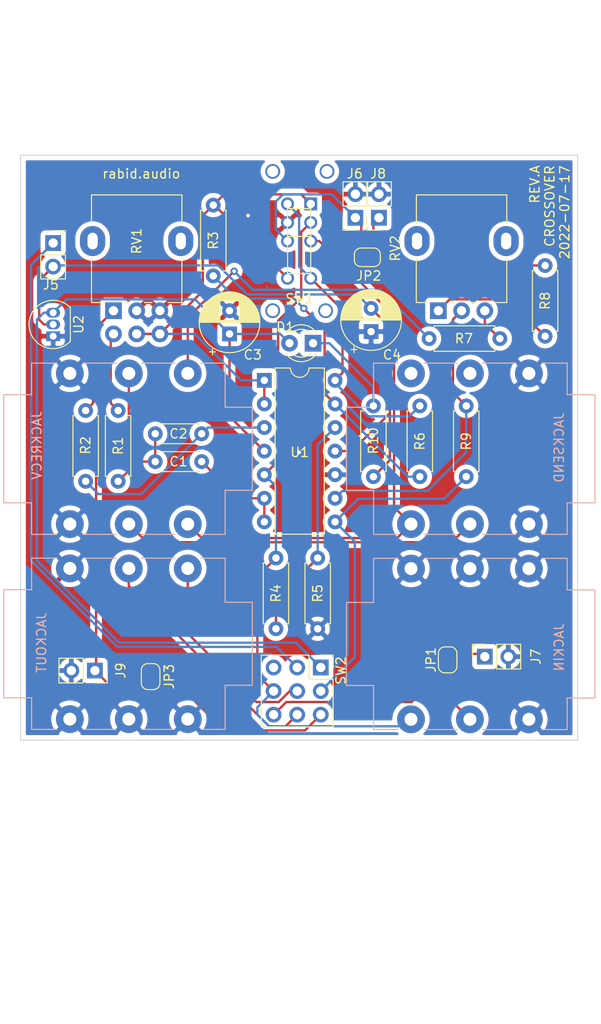
<source format=kicad_pcb>
(kicad_pcb (version 20171130) (host pcbnew "(5.1.6-0-10_14)")
  (layers (0 F.Cu signal) (31 B.Cu signal) (34 B.Paste user) (35 F.Paste user) (36 B.SilkS user) (37 F.SilkS user) (38 B.Mask user) (39 F.Mask user) (44 Edge.Cuts user))
  (net 0 "")
  (net 1 "Net-(C1-Pad2)")
  (net 2 "Net-(C1-Pad1)")
  (net 3 "Net-(C2-Pad1)")
  (net 4 GND)
  (net 5 +9V)
  (net 6 GNDD)
  (net 7 "Net-(D1-Pad1)")
  (net 8 "Net-(J2-PadTN)")
  (net 9 "Net-(J2-PadRN)")
  (net 10 "Net-(J4-PadT)")
  (net 11 "Net-(J5-Pad1)")
  (net 12 "Net-(R1-Pad1)")
  (net 13 "Net-(R2-Pad1)")
  (net 14 /HIGH)
  (net 15 "Net-(R3-Pad1)")
  (net 16 /IN)
  (net 17 "Net-(R4-Pad1)")
  (net 18 /LOW)
  (net 19 /OUT)
  (net 20 "Net-(R8-Pad1)")
  (net 21 "Net-(SW2-Pad3)")
  (net 22 "Net-(J1-PadR)")
  (net 23 "Net-(J2-PadR)")
  (net 24 /SEND_WET)
  (net 25 /RECV_WET)
  (net 26 "Net-(J3-PadR)")
  (net 27 "Net-(J4-PadR)")
  (net 28 /SEND_DRY)
  (net 29 /RECV_DRY)
  (net 30 "Net-(JP3-Pad2)")
  (net 31 "Net-(R7-Pad2)")
  (net 32 "Net-(R9-Pad1)")
  (module Potentiometer_THT:Potentiometer_Alpha_RD901F-40-00D_Single_Vertical (layer F.Cu) (at 45 25.25 90)
    (fp_text reference RV2 (at 6.71 -4.64 270) (layer F.SilkS))
    (fp_text value MIX)
    (pad "" thru_hole oval (at 7.5 -2.3 180) (size 2.72 3.24) (drill oval 1.1 1.8) (layers *.Cu *.Mask))
    (pad "" thru_hole oval (at 7.5 7.3 180) (size 2.72 3.24) (drill oval 1.1 1.8) (layers *.Cu *.Mask))
    (pad 3 thru_hole circle (at 0 5 180) (size 1.8 1.8) (drill 1) (layers *.Cu *.Mask) (net 31 "Net-(R7-Pad2)"))
    (pad 2 thru_hole circle (at 0 2.5 180) (size 1.8 1.8) (drill 1) (layers *.Cu *.Mask) (net 32 "Net-(R9-Pad1)"))
    (pad 1 thru_hole rect (at 0 0 180) (size 1.8 1.8) (drill 1) (layers *.Cu *.Mask) (net 20 "Net-(R8-Pad1)"))
  )
  (module Connector_PinSocket_2.54mm:PinSocket_1x02_P2.54mm_Vertical (layer F.Cu) (at 36.06 15.24 180)
    (fp_text reference J6 (at 0.06 4.74 180) (layer F.SilkS))
    (fp_text value CONN_SEND_DRY hide)
    (pad 2 thru_hole oval (at 0 2.54 180) (size 1.7 1.7) (drill 1) (layers *.Cu *.Mask) (net 4 GND))
    (pad 1 thru_hole rect (at 0 0 180) (size 1.7 1.7) (drill 1) (layers *.Cu *.Mask) (net 28 /SEND_DRY))
  )
  (module Connector_PinSocket_2.54mm:PinSocket_1x02_P2.54mm_Vertical (layer F.Cu) (at 38.6 15.24 180)
    (fp_text reference J8 (at 0.1 4.74) (layer F.SilkS))
    (fp_text value CONN_RECV_DRY hide)
    (pad 2 thru_hole oval (at 0 2.54 180) (size 1.7 1.7) (drill 1) (layers *.Cu *.Mask) (net 4 GND))
    (pad 1 thru_hole rect (at 0 0 180) (size 1.7 1.7) (drill 1) (layers *.Cu *.Mask) (net 29 /RECV_DRY))
  )
  (module Package_DIP:DIP-14_W7.62mm (layer F.Cu) (at 26.25 32.75)
    (fp_text reference U1 (at 3.81 7.75) (layer F.SilkS))
    (fp_text value TL074)
    (pad 14 thru_hole oval (at 7.62 0) (size 1.6 1.6) (drill 0.8) (layers *.Cu *.Mask) (net 18 /LOW))
    (pad 7 thru_hole oval (at 0 15.24) (size 1.6 1.6) (drill 0.8) (layers *.Cu *.Mask) (net 1 "Net-(C1-Pad2)"))
    (pad 13 thru_hole oval (at 7.62 2.54) (size 1.6 1.6) (drill 0.8) (layers *.Cu *.Mask) (net 15 "Net-(R3-Pad1)"))
    (pad 6 thru_hole oval (at 0 12.7) (size 1.6 1.6) (drill 0.8) (layers *.Cu *.Mask) (net 1 "Net-(C1-Pad2)"))
    (pad 12 thru_hole oval (at 7.62 5.08) (size 1.6 1.6) (drill 0.8) (layers *.Cu *.Mask) (net 17 "Net-(R4-Pad1)"))
    (pad 5 thru_hole oval (at 0 10.16) (size 1.6 1.6) (drill 0.8) (layers *.Cu *.Mask) (net 16 /IN))
    (pad 11 thru_hole oval (at 7.62 7.62) (size 1.6 1.6) (drill 0.8) (layers *.Cu *.Mask) (net 6 GNDD))
    (pad 4 thru_hole oval (at 0 7.62) (size 1.6 1.6) (drill 0.8) (layers *.Cu *.Mask) (net 5 +9V))
    (pad 10 thru_hole oval (at 7.62 10.16) (size 1.6 1.6) (drill 0.8) (layers *.Cu *.Mask) (net 4 GND))
    (pad 3 thru_hole oval (at 0 5.08) (size 1.6 1.6) (drill 0.8) (layers *.Cu *.Mask) (net 3 "Net-(C2-Pad1)"))
    (pad 9 thru_hole oval (at 7.62 12.7) (size 1.6 1.6) (drill 0.8) (layers *.Cu *.Mask) (net 32 "Net-(R9-Pad1)"))
    (pad 2 thru_hole oval (at 0 2.54) (size 1.6 1.6) (drill 0.8) (layers *.Cu *.Mask) (net 14 /HIGH))
    (pad 8 thru_hole oval (at 7.62 15.24) (size 1.6 1.6) (drill 0.8) (layers *.Cu *.Mask) (net 19 /OUT))
    (pad 1 thru_hole rect (at 0 0) (size 1.6 1.6) (drill 0.8) (layers *.Cu *.Mask) (net 14 /HIGH))
  )
  (module Button_Switch_THT:SW_EG2301_DP3T (layer F.Cu) (at 31.25 13.75 270)
    (fp_text reference SW1 (at 10.2 1.2) (layer F.SilkS))
    (fp_text value SW_MODE)
    (pad "" thru_hole circle (at 11.5 4.1 270) (size 1.6 1.6) (drill 1.2) (layers *.Cu *.Mask))
    (pad "" thru_hole circle (at 11.5 -1.6 270) (size 1.6 1.6) (drill 1.2) (layers *.Cu *.Mask))
    (pad "" thru_hole circle (at -3.5 4.1 270) (size 1.6 1.6) (drill 1.2) (layers *.Cu *.Mask))
    (pad "" thru_hole circle (at -3.5 -1.75 270) (size 1.6 1.6) (drill 1.2) (layers *.Cu *.Mask))
    (pad 8 thru_hole circle (at 8 2.5 270) (size 1.4 1.4) (drill 0.9) (layers *.Cu *.Mask) (net 14 /HIGH))
    (pad 4 thru_hole circle (at 8 0 270) (size 1.4 1.4) (drill 0.9) (layers *.Cu *.Mask) (net 18 /LOW))
    (pad 7 thru_hole circle (at 4 2.5 270) (size 1.4 1.4) (drill 0.9) (layers *.Cu *.Mask) (net 28 /SEND_DRY))
    (pad 6 thru_hole circle (at 2 2.5 270) (size 1.4 1.4) (drill 0.9) (layers *.Cu *.Mask) (net 4 GND))
    (pad 5 thru_hole circle (at 0 2.5 270) (size 1.4 1.4) (drill 0.9) (layers *.Cu *.Mask) (net 18 /LOW))
    (pad 3 thru_hole circle (at 4 0 270) (size 1.4 1.4) (drill 0.9) (layers *.Cu *.Mask) (net 24 /SEND_WET))
    (pad 2 thru_hole circle (at 2 0 270) (size 1.4 1.4) (drill 0.9) (layers *.Cu *.Mask) (net 16 /IN))
    (pad 1 thru_hole rect (at 0 0 270) (size 1.4 1.4) (drill 0.9) (layers *.Cu *.Mask) (net 14 /HIGH))
  )
  (module Resistor_THT:R_Axial_DIN0207_L6.3mm_D2.5mm_P7.62mm_Horizontal (layer F.Cu) (at 48 35.5 270)
    (fp_text reference R9 (at 3.81 0 90) (layer F.SilkS))
    (fp_text value 1M)
    (pad 2 thru_hole oval (at 7.62 0 270) (size 1.6 1.6) (drill 0.8) (layers *.Cu *.Mask) (net 19 /OUT))
    (pad 1 thru_hole circle (at 0 0 270) (size 1.6 1.6) (drill 0.8) (layers *.Cu *.Mask) (net 32 "Net-(R9-Pad1)"))
  )
  (module Jumper:SolderJumper-2_P1.3mm_Open_RoundedPad1.0x1.5mm (layer F.Cu) (at 14 64.65 90)
    (fp_text reference JP3 (at 0 2 90) (layer F.SilkS))
    (fp_text value JMP_RING_RECV hide)
    (pad 2 smd custom (at 0.65 0 90) (size 1 0.5) (layers F.Cu F.Mask) (net 30 "Net-(JP3-Pad2)") (options (clearance outline) (anchor rect)) (primitives (gr_circle (center 0 0.25) (end 0.5 0.25) (width 0)) (gr_circle (center 0 -0.25) (end 0.5 -0.25) (width 0)) (gr_poly (pts (xy 0 -0.75) (xy -0.5 -0.75) (xy -0.5 0.75) (xy 0 0.75)) (width 0))))
    (pad 1 smd custom (at -0.65 0 90) (size 1 0.5) (layers F.Cu F.Mask) (net 26 "Net-(J3-PadR)") (options (clearance outline) (anchor rect)) (primitives (gr_circle (center 0 0.25) (end 0.5 0.25) (width 0)) (gr_circle (center 0 -0.25) (end 0.5 -0.25) (width 0)) (gr_poly (pts (xy 0 -0.75) (xy 0.5 -0.75) (xy 0.5 0.75) (xy 0 0.75)) (width 0))))
  )
  (module Jumper:SolderJumper-2_P1.3mm_Open_RoundedPad1.0x1.5mm (layer F.Cu) (at 37.35 19.5)
    (fp_text reference JP2 (at 0.15 2) (layer F.SilkS))
    (fp_text value JMP_DRY hide)
    (pad 2 smd custom (at 0.65 0) (size 1 0.5) (layers F.Cu F.Mask) (net 29 /RECV_DRY) (options (clearance outline) (anchor rect)) (primitives (gr_circle (center 0 0.25) (end 0.5 0.25) (width 0)) (gr_circle (center 0 -0.25) (end 0.5 -0.25) (width 0)) (gr_poly (pts (xy 0 -0.75) (xy -0.5 -0.75) (xy -0.5 0.75) (xy 0 0.75)) (width 0))))
    (pad 1 smd custom (at -0.65 0) (size 1 0.5) (layers F.Cu F.Mask) (net 28 /SEND_DRY) (options (clearance outline) (anchor rect)) (primitives (gr_circle (center 0 0.25) (end 0.5 0.25) (width 0)) (gr_circle (center 0 -0.25) (end 0.5 -0.25) (width 0)) (gr_poly (pts (xy 0 -0.75) (xy 0.5 -0.75) (xy 0.5 0.75) (xy 0 0.75)) (width 0))))
  )
  (module Jumper:SolderJumper-2_P1.3mm_Open_RoundedPad1.0x1.5mm (layer F.Cu) (at 46 62.85 90)
    (fp_text reference JP1 (at 0 -1.8 90) (layer F.SilkS))
    (fp_text value JMP_RING_SEND hide)
    (pad 2 smd custom (at 0.65 0 90) (size 1 0.5) (layers F.Cu F.Mask) (net 23 "Net-(J2-PadR)") (options (clearance outline) (anchor rect)) (primitives (gr_circle (center 0 0.25) (end 0.5 0.25) (width 0)) (gr_circle (center 0 -0.25) (end 0.5 -0.25) (width 0)) (gr_poly (pts (xy 0 -0.75) (xy -0.5 -0.75) (xy -0.5 0.75) (xy 0 0.75)) (width 0))))
    (pad 1 smd custom (at -0.65 0 90) (size 1 0.5) (layers F.Cu F.Mask) (net 22 "Net-(J1-PadR)") (options (clearance outline) (anchor rect)) (primitives (gr_circle (center 0 0.25) (end 0.5 0.25) (width 0)) (gr_circle (center 0 -0.25) (end 0.5 -0.25) (width 0)) (gr_poly (pts (xy 0 -0.75) (xy 0.5 -0.75) (xy 0.5 0.75) (xy 0 0.75)) (width 0))))
  )
  (module Connector_PinSocket_2.54mm:PinSocket_1x02_P2.54mm_Vertical (layer F.Cu) (at 8 64 270)
    (fp_text reference J9 (at 0 -2.77 90) (layer F.SilkS))
    (fp_text value RING_RECV hide)
    (pad 2 thru_hole oval (at 0 2.54 270) (size 1.7 1.7) (drill 1) (layers *.Cu *.Mask) (net 4 GND))
    (pad 1 thru_hole rect (at 0 0 270) (size 1.7 1.7) (drill 1) (layers *.Cu *.Mask) (net 26 "Net-(J3-PadR)"))
  )
  (module Connector_PinSocket_2.54mm:PinSocket_1x02_P2.54mm_Vertical (layer F.Cu) (at 50 62.5 90)
    (fp_text reference J7 (at 0 5.5 90) (layer F.SilkS))
    (fp_text value RING_SEND hide)
    (pad 2 thru_hole oval (at 0 2.54 90) (size 1.7 1.7) (drill 1) (layers *.Cu *.Mask) (net 4 GND))
    (pad 1 thru_hole rect (at 0 0 90) (size 1.7 1.7) (drill 1) (layers *.Cu *.Mask) (net 23 "Net-(J2-PadR)"))
  )
  (module Resistor_THT:R_Axial_DIN0207_L6.3mm_D2.5mm_P7.62mm_Horizontal (layer F.Cu) (at 7 36 270)
    (fp_text reference R2 (at 3.75 0 90) (layer F.SilkS))
    (fp_text value 1K)
    (pad 2 thru_hole oval (at 7.62 0 270) (size 1.6 1.6) (drill 0.8) (layers *.Cu *.Mask) (net 3 "Net-(C2-Pad1)"))
    (pad 1 thru_hole circle (at 0 0 270) (size 1.6 1.6) (drill 0.8) (layers *.Cu *.Mask) (net 13 "Net-(R2-Pad1)"))
  )
  (module Connector_PinSocket_2.54mm:PinSocket_3x03_P2.54mm_Vertical (layer F.Cu) (at 32.33 63.67)
    (fp_text reference SW2 (at 2.17 0.33 90) (layer F.SilkS))
    (fp_text value SW_BYPASS)
    (pad 9 thru_hole oval (at -5.08 5.08) (size 1.7 1.7) (drill 1) (layers *.Cu *.Mask) (net 22 "Net-(J1-PadR)"))
    (pad 6 thru_hole oval (at -5.08 2.54) (size 1.7 1.7) (drill 1) (layers *.Cu *.Mask) (net 16 /IN))
    (pad 3 thru_hole oval (at -5.08 0) (size 1.7 1.7) (drill 1) (layers *.Cu *.Mask) (net 21 "Net-(SW2-Pad3)"))
    (pad 8 thru_hole oval (at -2.54 5.08) (size 1.7 1.7) (drill 1) (layers *.Cu *.Mask) (net 27 "Net-(J4-PadR)"))
    (pad 7 thru_hole oval (at 0 5.08) (size 1.7 1.7) (drill 1) (layers *.Cu *.Mask) (net 30 "Net-(JP3-Pad2)"))
    (pad 5 thru_hole oval (at -2.54 2.54) (size 1.7 1.7) (drill 1) (layers *.Cu *.Mask) (net 10 "Net-(J4-PadT)"))
    (pad 4 thru_hole oval (at 0 2.54) (size 1.7 1.7) (drill 1) (layers *.Cu *.Mask) (net 19 /OUT))
    (pad 2 thru_hole oval (at -2.54 0) (size 1.7 1.7) (drill 1) (layers *.Cu *.Mask) (net 11 "Net-(J5-Pad1)"))
    (pad 1 thru_hole rect (at 0 0) (size 1.7 1.7) (drill 1) (layers *.Cu *.Mask) (net 5 +9V))
  )
  (module Package_TO_SOT_THT:TO-92_Inline (layer F.Cu) (at 3.5 28 90)
    (fp_text reference U2 (at 1.27 2.75 90) (layer F.SilkS))
    (fp_text value TLE2426xLP)
    (pad 1 thru_hole rect (at 0 0 90) (size 1.05 1.5) (drill 0.75) (layers *.Cu *.Mask) (net 4 GND))
    (pad 3 thru_hole oval (at 2.54 0 90) (size 1.05 1.5) (drill 0.75) (layers *.Cu *.Mask) (net 5 +9V))
    (pad 2 thru_hole oval (at 1.27 0 90) (size 1.05 1.5) (drill 0.75) (layers *.Cu *.Mask) (net 6 GNDD))
  )
  (module Potentiometer_THT:Potentiometer_Alpha_RD902F-40-00D_Dual_Vertical (layer F.Cu) (at 10 25.25 90)
    (fp_text reference RV1 (at 7.5 2.5 270) (layer F.SilkS))
    (fp_text value A1M_DUAL_CUTOFF)
    (pad 4 thru_hole circle (at -2.5 0 180) (size 1.8 1.8) (drill 1) (layers *.Cu *.Mask) (net 12 "Net-(R1-Pad1)"))
    (pad 5 thru_hole circle (at -2.5 2.5 180) (size 1.8 1.8) (drill 1) (layers *.Cu *.Mask) (net 14 /HIGH))
    (pad 6 thru_hole circle (at -2.5 5 180) (size 1.8 1.8) (drill 1) (layers *.Cu *.Mask) (net 14 /HIGH))
    (pad "" thru_hole oval (at 7.5 -2.25 180) (size 2.72 3.24) (drill oval 1.1 1.8) (layers *.Cu *.Mask))
    (pad "" thru_hole oval (at 7.5 7.25 180) (size 2.72 3.24) (drill oval 1.1 1.8) (layers *.Cu *.Mask))
    (pad 3 thru_hole circle (at 0 5 180) (size 1.8 1.8) (drill 1) (layers *.Cu *.Mask) (net 4 GND))
    (pad 2 thru_hole circle (at 0 2.5 180) (size 1.8 1.8) (drill 1) (layers *.Cu *.Mask) (net 4 GND))
    (pad 1 thru_hole rect (at 0 0 180) (size 1.8 1.8) (drill 1) (layers *.Cu *.Mask) (net 13 "Net-(R2-Pad1)"))
  )
  (module Resistor_THT:R_Axial_DIN0207_L6.3mm_D2.5mm_P7.62mm_Horizontal (layer F.Cu) (at 38 35.5 270)
    (fp_text reference R10 (at 3.75 0 90) (layer F.SilkS))
    (fp_text value 220)
    (pad 2 thru_hole oval (at 7.62 0 270) (size 1.6 1.6) (drill 0.8) (layers *.Cu *.Mask) (net 6 GNDD))
    (pad 1 thru_hole circle (at 0 0 270) (size 1.6 1.6) (drill 0.8) (layers *.Cu *.Mask) (net 7 "Net-(D1-Pad1)"))
  )
  (module Resistor_THT:R_Axial_DIN0207_L6.3mm_D2.5mm_P7.62mm_Horizontal (layer F.Cu) (at 56.5 28 90)
    (fp_text reference R8 (at 3.81 0 90) (layer F.SilkS))
    (fp_text value 470K)
    (pad 2 thru_hole oval (at 7.62 0 90) (size 1.6 1.6) (drill 0.8) (layers *.Cu *.Mask) (net 29 /RECV_DRY))
    (pad 1 thru_hole circle (at 0 0 90) (size 1.6 1.6) (drill 0.8) (layers *.Cu *.Mask) (net 20 "Net-(R8-Pad1)"))
  )
  (module Resistor_THT:R_Axial_DIN0207_L6.3mm_D2.5mm_P7.62mm_Horizontal (layer F.Cu) (at 44 28.25)
    (fp_text reference R7 (at 3.75 0) (layer F.SilkS))
    (fp_text value 470K)
    (pad 2 thru_hole oval (at 7.62 0) (size 1.6 1.6) (drill 0.8) (layers *.Cu *.Mask) (net 31 "Net-(R7-Pad2)"))
    (pad 1 thru_hole circle (at 0 0) (size 1.6 1.6) (drill 0.8) (layers *.Cu *.Mask) (net 25 /RECV_WET))
  )
  (module Resistor_THT:R_Axial_DIN0207_L6.3mm_D2.5mm_P7.62mm_Horizontal (layer F.Cu) (at 43 35.5 270)
    (fp_text reference R6 (at 3.81 0 90) (layer F.SilkS))
    (fp_text value 1M)
    (pad 2 thru_hole oval (at 7.62 0 270) (size 1.6 1.6) (drill 0.8) (layers *.Cu *.Mask) (net 15 "Net-(R3-Pad1)"))
    (pad 1 thru_hole circle (at 0 0 270) (size 1.6 1.6) (drill 0.8) (layers *.Cu *.Mask) (net 18 /LOW))
  )
  (module Resistor_THT:R_Axial_DIN0207_L6.3mm_D2.5mm_P7.62mm_Horizontal (layer F.Cu) (at 32 59.5 90)
    (fp_text reference R5 (at 3.81 0 90) (layer F.SilkS))
    (fp_text value 1M)
    (pad 2 thru_hole oval (at 7.62 0 90) (size 1.6 1.6) (drill 0.8) (layers *.Cu *.Mask) (net 17 "Net-(R4-Pad1)"))
    (pad 1 thru_hole circle (at 0 0 90) (size 1.6 1.6) (drill 0.8) (layers *.Cu *.Mask) (net 4 GND))
  )
  (module Resistor_THT:R_Axial_DIN0207_L6.3mm_D2.5mm_P7.62mm_Horizontal (layer F.Cu) (at 27.5 59.5 90)
    (fp_text reference R4 (at 3.81 0 90) (layer F.SilkS))
    (fp_text value 1M)
    (pad 2 thru_hole oval (at 7.62 0 90) (size 1.6 1.6) (drill 0.8) (layers *.Cu *.Mask) (net 16 /IN))
    (pad 1 thru_hole circle (at 0 0 90) (size 1.6 1.6) (drill 0.8) (layers *.Cu *.Mask) (net 17 "Net-(R4-Pad1)"))
  )
  (module Resistor_THT:R_Axial_DIN0207_L6.3mm_D2.5mm_P7.62mm_Horizontal (layer F.Cu) (at 20.75 21.5 90)
    (fp_text reference R3 (at 3.81 0 90) (layer F.SilkS))
    (fp_text value 1M)
    (pad 2 thru_hole oval (at 7.62 0 90) (size 1.6 1.6) (drill 0.8) (layers *.Cu *.Mask) (net 14 /HIGH))
    (pad 1 thru_hole circle (at 0 0 90) (size 1.6 1.6) (drill 0.8) (layers *.Cu *.Mask) (net 15 "Net-(R3-Pad1)"))
  )
  (module Resistor_THT:R_Axial_DIN0207_L6.3mm_D2.5mm_P7.62mm_Horizontal (layer F.Cu) (at 10.5 36 270)
    (fp_text reference R1 (at 3.81 0 90) (layer F.SilkS))
    (fp_text value 1K)
    (pad 2 thru_hole oval (at 7.62 0 270) (size 1.6 1.6) (drill 0.8) (layers *.Cu *.Mask) (net 2 "Net-(C1-Pad1)"))
    (pad 1 thru_hole circle (at 0 0 270) (size 1.6 1.6) (drill 0.8) (layers *.Cu *.Mask) (net 12 "Net-(R1-Pad1)"))
  )
  (module Connector_PinSocket_2.54mm:PinSocket_1x02_P2.54mm_Vertical (layer F.Cu) (at 3.5 17.96)
    (fp_text reference J5 (at -0.25 4.5) (layer F.SilkS))
    (fp_text value Jack-DC)
    (pad 2 thru_hole oval (at 0 2.54) (size 1.7 1.7) (drill 1) (layers *.Cu *.Mask) (net 6 GNDD))
    (pad 1 thru_hole rect (at 0 0) (size 1.7 1.7) (drill 1) (layers *.Cu *.Mask) (net 11 "Net-(J5-Pad1)"))
  )
  (module Connector_Audio:Jack_6.35mm_Neutrik_NMJ6HCD2_Horizontal (layer B.Cu) (at 18 53 180)
    (fp_text reference J4 hide)
    (fp_text value JACKOUT (at 15.75 -8 270) (layer B.SilkS) (effects (justify mirror)))
    (pad TN thru_hole circle (at 0 -16.23 180) (size 3 3) (drill 1.4) (layers *.Cu *.Mask) (net 4 GND))
    (pad SN thru_hole circle (at 12.7 -16.23 180) (size 3 3) (drill 1.4) (layers *.Cu *.Mask) (net 4 GND))
    (pad RN thru_hole circle (at 6.35 -16.23 180) (size 3 3) (drill 1.4) (layers *.Cu *.Mask) (net 4 GND))
    (pad T thru_hole circle (at 0 0 180) (size 3 3) (drill 1.4) (layers *.Cu *.Mask) (net 10 "Net-(J4-PadT)"))
    (pad S thru_hole circle (at 12.7 0 180) (size 3 3) (drill 1.4) (layers *.Cu *.Mask) (net 4 GND))
    (pad R thru_hole circle (at 6.35 0 180) (size 3 3) (drill 1.4) (layers *.Cu *.Mask) (net 27 "Net-(J4-PadR)"))
  )
  (module Connector_Audio:Jack_6.35mm_Neutrik_NMJ6HCD2_Horizontal (layer B.Cu) (at 18 32 180)
    (fp_text reference J3 hide)
    (fp_text value JACKRECV (at 16.25 -7.75 270) (layer B.SilkS) (effects (justify mirror)))
    (pad TN thru_hole circle (at 0 -16.23 180) (size 3 3) (drill 1.4) (layers *.Cu *.Mask) (net 24 /SEND_WET))
    (pad SN thru_hole circle (at 12.7 -16.23 180) (size 3 3) (drill 1.4) (layers *.Cu *.Mask) (net 4 GND))
    (pad RN thru_hole circle (at 6.35 -16.23 180) (size 3 3) (drill 1.4) (layers *.Cu *.Mask) (net 23 "Net-(J2-PadR)"))
    (pad T thru_hole circle (at 0 0 180) (size 3 3) (drill 1.4) (layers *.Cu *.Mask) (net 25 /RECV_WET))
    (pad S thru_hole circle (at 12.7 0 180) (size 3 3) (drill 1.4) (layers *.Cu *.Mask) (net 4 GND))
    (pad R thru_hole circle (at 6.35 0 180) (size 3 3) (drill 1.4) (layers *.Cu *.Mask) (net 26 "Net-(J3-PadR)"))
  )
  (module Connector_Audio:Jack_6.35mm_Neutrik_NMJ6HCD2_Horizontal (layer B.Cu) (at 42.05 48.23)
    (fp_text reference J2 hide)
    (fp_text value JACKSEND (at 15.95 -8.23 -270) (layer B.SilkS) (effects (justify mirror)))
    (pad R thru_hole circle (at 6.35 0) (size 3 3) (drill 1.4) (layers *.Cu *.Mask) (net 23 "Net-(J2-PadR)"))
    (pad S thru_hole circle (at 12.7 0) (size 3 3) (drill 1.4) (layers *.Cu *.Mask) (net 4 GND))
    (pad T thru_hole circle (at 0 0) (size 3 3) (drill 1.4) (layers *.Cu *.Mask) (net 24 /SEND_WET))
    (pad RN thru_hole circle (at 6.35 -16.23) (size 3 3) (drill 1.4) (layers *.Cu *.Mask) (net 9 "Net-(J2-PadRN)"))
    (pad SN thru_hole circle (at 12.7 -16.23) (size 3 3) (drill 1.4) (layers *.Cu *.Mask) (net 4 GND))
    (pad TN thru_hole circle (at 0 -16.23) (size 3 3) (drill 1.4) (layers *.Cu *.Mask) (net 8 "Net-(J2-PadTN)"))
  )
  (module Connector_Audio:Jack_6.35mm_Neutrik_NMJ6HCD2_Horizontal (layer B.Cu) (at 42.05 69.25)
    (fp_text reference J1 hide)
    (fp_text value JACKIN (at 15.95 -7.75 -270) (layer B.SilkS) (effects (justify mirror)))
    (pad TN thru_hole circle (at 0 -16.23) (size 3 3) (drill 1.4) (layers *.Cu *.Mask) (net 4 GND))
    (pad SN thru_hole circle (at 12.7 -16.23) (size 3 3) (drill 1.4) (layers *.Cu *.Mask) (net 4 GND))
    (pad RN thru_hole circle (at 6.35 -16.23) (size 3 3) (drill 1.4) (layers *.Cu *.Mask) (net 4 GND))
    (pad T thru_hole circle (at 0 0) (size 3 3) (drill 1.4) (layers *.Cu *.Mask) (net 16 /IN))
    (pad S thru_hole circle (at 12.7 0) (size 3 3) (drill 1.4) (layers *.Cu *.Mask) (net 4 GND))
    (pad R thru_hole circle (at 6.35 0) (size 3 3) (drill 1.4) (layers *.Cu *.Mask) (net 22 "Net-(J1-PadR)"))
  )
  (module LED_THT:LED_D3.0mm (layer F.Cu) (at 31.5 28.75 180)
    (fp_text reference D1 (at 3 1.75) (layer F.SilkS))
    (fp_text value LED)
    (pad 2 thru_hole circle (at 2.54 0 180) (size 1.8 1.8) (drill 0.9) (layers *.Cu *.Mask) (net 5 +9V))
    (pad 1 thru_hole rect (at 0 0 180) (size 1.8 1.8) (drill 0.9) (layers *.Cu *.Mask) (net 7 "Net-(D1-Pad1)"))
  )
  (module Capacitor_THT:CP_Radial_D6.3mm_P2.50mm (layer F.Cu) (at 37.75 27.5 90)
    (fp_text reference C4 (at -2.5 2.25 180) (layer F.SilkS))
    (fp_text value 10u)
    (pad 2 thru_hole circle (at 2.5 0 90) (size 1.6 1.6) (drill 0.8) (layers *.Cu *.Mask) (net 6 GNDD))
    (pad 1 thru_hole rect (at 0 0 90) (size 1.6 1.6) (drill 0.8) (layers *.Cu *.Mask) (net 4 GND))
  )
  (module Capacitor_THT:CP_Radial_D6.3mm_P2.50mm (layer F.Cu) (at 22.5 27.75 90)
    (fp_text reference C3 (at -2.25 2.5 180) (layer F.SilkS))
    (fp_text value 10u)
    (pad 2 thru_hole circle (at 2.5 0 90) (size 1.6 1.6) (drill 0.8) (layers *.Cu *.Mask) (net 4 GND))
    (pad 1 thru_hole rect (at 0 0 90) (size 1.6 1.6) (drill 0.8) (layers *.Cu *.Mask) (net 5 +9V))
  )
  (module Capacitor_THT:C_Disc_D4.3mm_W1.9mm_P5.00mm (layer F.Cu) (at 19.5 38.5 180)
    (fp_text reference C2 (at 2.5 0) (layer F.SilkS))
    (fp_text value 22n)
    (pad 2 thru_hole circle (at 5 0 180) (size 1.6 1.6) (drill 0.8) (layers *.Cu *.Mask) (net 2 "Net-(C1-Pad1)"))
    (pad 1 thru_hole circle (at 0 0 180) (size 1.6 1.6) (drill 0.8) (layers *.Cu *.Mask) (net 3 "Net-(C2-Pad1)"))
  )
  (module Capacitor_THT:C_Disc_D4.3mm_W1.9mm_P5.00mm (layer F.Cu) (at 14.5 41.5)
    (fp_text reference C1 (at 2.5 0) (layer F.SilkS))
    (fp_text value 22n)
    (pad 2 thru_hole circle (at 5 0) (size 1.6 1.6) (drill 0.8) (layers *.Cu *.Mask) (net 1 "Net-(C1-Pad2)"))
    (pad 1 thru_hole circle (at 0 0) (size 1.6 1.6) (drill 0.8) (layers *.Cu *.Mask) (net 2 "Net-(C1-Pad1)"))
  )
  (gr_text rabid.audio (at 13 10.5) (layer F.SilkS) (effects (font (size 1 1))))
  (gr_text "REV.A\nCROSSOVER\n2022-07-17" (at 57 9.5 90) (layer F.SilkS) (effects (font (size 1 1)) (justify right)))
  (gr_line (start 60 8.5) (end 60 71.5) (layer Edge.Cuts) (width 0.1))
  (gr_line (start 0 8.5) (end 60 8.5) (layer Edge.Cuts) (width 0.1))
  (gr_line (start 0 71.5) (end 0 8.5) (layer Edge.Cuts) (width 0.1))
  (gr_line (start 60 71.5) (end 0 71.5) (layer Edge.Cuts) (width 0.1))
  (segment (start 26.25 47.99) (end 26.25 45.45) (width 0.25) (layer F.Cu) (net 1))
  (segment (start 23.45 45.45) (end 19.5 41.5) (width 0.25) (layer F.Cu) (net 1))
  (segment (start 26.25 45.45) (end 23.45 45.45) (width 0.25) (layer F.Cu) (net 1))
  (segment (start 14.5 38.5) (end 14.5 41.5) (width 0.25) (layer F.Cu) (net 2))
  (segment (start 12.62 41.5) (end 10.5 43.62) (width 0.25) (layer F.Cu) (net 2))
  (segment (start 14.5 41.5) (end 12.62 41.5) (width 0.25) (layer F.Cu) (net 2))
  (segment (start 25.794999 37.374999) (end 26.25 37.83) (width 0.25) (layer F.Cu) (net 3))
  (segment (start 19.5 38.5) (end 13 45) (width 0.25) (layer B.Cu) (net 3))
  (segment (start 8.38 45) (end 7 43.62) (width 0.25) (layer B.Cu) (net 3))
  (segment (start 13 45) (end 8.38 45) (width 0.25) (layer B.Cu) (net 3))
  (segment (start 20.17 37.83) (end 19.5 38.5) (width 0.25) (layer B.Cu) (net 3))
  (segment (start 26.25 37.83) (end 20.17 37.83) (width 0.25) (layer B.Cu) (net 3))
  (segment (start 4.84999 32.45001) (end 5.3 32) (width 0.25) (layer F.Cu) (net 4))
  (segment (start 34.03 42.75) (end 33.87 42.91) (width 0.25) (layer F.Cu) (net 4))
  (via (at 30 40.5) (size 0.8) (drill 0.4) (layers F.Cu B.Cu) (net 4))
  (via (at 24.5 15) (size 0.8) (drill 0.4) (layers F.Cu B.Cu) (net 4))
  (segment (start 32.33 63.67) (end 32.134998 63.67) (width 0.25) (layer B.Cu) (net 5))
  (segment (start 10.598998 61) (end 1.75 52.151002) (width 0.25) (layer B.Cu) (net 5))
  (segment (start 29.66 61) (end 10.598998 61) (width 0.25) (layer B.Cu) (net 5))
  (segment (start 32.33 63.67) (end 29.66 61) (width 0.25) (layer B.Cu) (net 5))
  (segment (start 22.5 27.5) (end 22.5 27.75) (width 0.25) (layer B.Cu) (net 5))
  (segment (start 22.5 36.62) (end 22.5 27.75) (width 0.25) (layer F.Cu) (net 5))
  (segment (start 26.25 40.37) (end 22.5 36.62) (width 0.25) (layer F.Cu) (net 5))
  (segment (start 27.96 27.75) (end 28.96 28.75) (width 0.25) (layer B.Cu) (net 5))
  (segment (start 22.5 27.75) (end 27.96 27.75) (width 0.25) (layer B.Cu) (net 5))
  (segment (start 2.5 25.46) (end 3.5 25.46) (width 0.25) (layer B.Cu) (net 5))
  (segment (start 1.75 26.21) (end 2.5 25.46) (width 0.25) (layer B.Cu) (net 5))
  (segment (start 1.75 52.151002) (end 1.75 26.21) (width 0.25) (layer B.Cu) (net 5))
  (segment (start 4.935001 24.024999) (end 3.5 25.46) (width 0.25) (layer B.Cu) (net 5))
  (segment (start 18.774999 24.024999) (end 4.935001 24.024999) (width 0.25) (layer B.Cu) (net 5))
  (segment (start 22.5 27.75) (end 18.774999 24.024999) (width 0.25) (layer B.Cu) (net 5))
  (segment (start 36.25 23.5) (end 37.75 25) (width 0.25) (layer B.Cu) (net 6))
  (segment (start 24.415002 23.5) (end 36.25 23.5) (width 0.25) (layer B.Cu) (net 6))
  (segment (start 37.75 25) (end 39.774989 27.024989) (width 0.25) (layer F.Cu) (net 6))
  (segment (start 39.774989 41.345011) (end 38 43.12) (width 0.25) (layer F.Cu) (net 6))
  (segment (start 35.679978 40.37) (end 39.774989 36.274989) (width 0.25) (layer F.Cu) (net 6))
  (segment (start 33.87 40.37) (end 35.679978 40.37) (width 0.25) (layer F.Cu) (net 6))
  (segment (start 39.774989 36.274989) (end 39.774989 41.345011) (width 0.25) (layer F.Cu) (net 6))
  (segment (start 39.774989 27.024989) (end 39.774989 36.274989) (width 0.25) (layer F.Cu) (net 6))
  (segment (start 3.5 20.5) (end 2 22) (width 0.25) (layer F.Cu) (net 6))
  (segment (start 2.5 26.73) (end 3.5 26.73) (width 0.25) (layer F.Cu) (net 6))
  (segment (start 2 26.23) (end 2.5 26.73) (width 0.25) (layer F.Cu) (net 6))
  (segment (start 2 22) (end 2 26.23) (width 0.25) (layer F.Cu) (net 6))
  (segment (start 3.625001 20.374999) (end 3.5 20.5) (width 0.25) (layer B.Cu) (net 6))
  (segment (start 21.290001 20.374999) (end 3.625001 20.374999) (width 0.25) (layer B.Cu) (net 6))
  (segment (start 24.415002 23.5) (end 21.290001 20.374999) (width 0.25) (layer B.Cu) (net 6))
  (segment (start 31.5 28.75) (end 33.25 28.75) (width 0.25) (layer B.Cu) (net 7))
  (segment (start 38 33.5) (end 38 35.5) (width 0.25) (layer B.Cu) (net 7))
  (segment (start 33.25 28.75) (end 38 33.5) (width 0.25) (layer B.Cu) (net 7))
  (segment (start 18 60) (end 18 53) (width 0.25) (layer F.Cu) (net 10))
  (segment (start 25.385001 67.385001) (end 18 60) (width 0.25) (layer F.Cu) (net 10))
  (segment (start 28.989002 66.21) (end 27.814001 67.385001) (width 0.25) (layer F.Cu) (net 10))
  (segment (start 27.814001 67.385001) (end 25.385001 67.385001) (width 0.25) (layer F.Cu) (net 10))
  (segment (start 29.79 66.21) (end 28.989002 66.21) (width 0.25) (layer F.Cu) (net 10))
  (segment (start 10.412597 61.450009) (end 1.124999 52.162411) (width 0.25) (layer B.Cu) (net 11))
  (segment (start 1.124999 20.335001) (end 3.5 17.96) (width 0.25) (layer B.Cu) (net 11))
  (segment (start 1.124999 52.162411) (end 1.124999 20.335001) (width 0.25) (layer B.Cu) (net 11))
  (segment (start 27.57001 61.45001) (end 10.412597 61.450009) (width 0.25) (layer B.Cu) (net 11))
  (segment (start 29.79 63.67) (end 27.57001 61.45001) (width 0.25) (layer B.Cu) (net 11))
  (segment (start 9.700001 28.049999) (end 10 27.75) (width 0.25) (layer F.Cu) (net 12))
  (segment (start 9.700001 35.200001) (end 9.700001 28.049999) (width 0.25) (layer F.Cu) (net 12))
  (segment (start 10.5 36) (end 9.700001 35.200001) (width 0.25) (layer F.Cu) (net 12))
  (segment (start 7.799999 27.450001) (end 10 25.25) (width 0.25) (layer F.Cu) (net 13))
  (segment (start 7.799999 35.200001) (end 7.799999 27.450001) (width 0.25) (layer F.Cu) (net 13))
  (segment (start 7 36) (end 7.799999 35.200001) (width 0.25) (layer F.Cu) (net 13))
  (segment (start 26.25 35.29) (end 26.25 32.75) (width 0.25) (layer F.Cu) (net 14))
  (segment (start 21.905001 12.724999) (end 20.75 13.88) (width 0.25) (layer F.Cu) (net 14))
  (segment (start 30.224999 12.724999) (end 21.905001 12.724999) (width 0.25) (layer F.Cu) (net 14))
  (segment (start 31.25 13.75) (end 30.224999 12.724999) (width 0.25) (layer F.Cu) (net 14))
  (segment (start 20.88 13.88) (end 20.75 13.88) (width 0.25) (layer F.Cu) (net 14))
  (segment (start 28.75 21.75) (end 20.88 13.88) (width 0.25) (layer F.Cu) (net 14))
  (segment (start 12.5 27.75) (end 15 27.75) (width 0.25) (layer F.Cu) (net 14))
  (segment (start 26.25 32.75) (end 23.75 32.75) (width 0.25) (layer B.Cu) (net 14))
  (segment (start 18.75 27.75) (end 15 27.75) (width 0.25) (layer B.Cu) (net 14))
  (segment (start 23.75 32.75) (end 18.75 27.75) (width 0.25) (layer B.Cu) (net 14))
  (segment (start 19.624999 23.125001) (end 15 27.75) (width 0.25) (layer F.Cu) (net 14))
  (segment (start 19.624999 15.005001) (end 19.624999 23.125001) (width 0.25) (layer F.Cu) (net 14))
  (segment (start 20.75 13.88) (end 19.624999 15.005001) (width 0.25) (layer F.Cu) (net 14))
  (segment (start 41.7 43.12) (end 33.87 35.29) (width 0.25) (layer B.Cu) (net 15))
  (segment (start 43 43.12) (end 41.7 43.12) (width 0.25) (layer B.Cu) (net 15))
  (via (at 30.5 25) (size 0.8) (drill 0.4) (layers F.Cu B.Cu) (net 15))
  (segment (start 32.744999 27.244999) (end 30.5 25) (width 0.25) (layer F.Cu) (net 15))
  (segment (start 32.744999 34.164999) (end 32.744999 27.244999) (width 0.25) (layer F.Cu) (net 15))
  (segment (start 33.87 35.29) (end 32.744999 34.164999) (width 0.25) (layer F.Cu) (net 15))
  (segment (start 29.45001 23.95001) (end 23.20001 23.95001) (width 0.25) (layer B.Cu) (net 15))
  (segment (start 23.20001 23.95001) (end 20.75 21.5) (width 0.25) (layer B.Cu) (net 15))
  (segment (start 30.5 25) (end 29.45001 23.95001) (width 0.25) (layer B.Cu) (net 15))
  (segment (start 42.05 69.25) (end 41.05 70.25) (width 0.25) (layer F.Cu) (net 16))
  (segment (start 42.05 69.25) (end 41.3 70) (width 0.25) (layer B.Cu) (net 16))
  (segment (start 26.760998 70) (end 25.5 68.739002) (width 0.25) (layer B.Cu) (net 16))
  (segment (start 41.3 70) (end 26.760998 70) (width 0.25) (layer B.Cu) (net 16))
  (segment (start 25.5 67.96) (end 27.25 66.21) (width 0.25) (layer B.Cu) (net 16))
  (segment (start 25.5 68.739002) (end 25.5 67.96) (width 0.25) (layer B.Cu) (net 16))
  (segment (start 27.25 66.21) (end 25.5 64.46) (width 0.25) (layer F.Cu) (net 16))
  (segment (start 25.5 53.88) (end 27.5 51.88) (width 0.25) (layer F.Cu) (net 16))
  (segment (start 25.5 64.46) (end 25.5 53.88) (width 0.25) (layer F.Cu) (net 16))
  (segment (start 27.5 44.16) (end 26.25 42.91) (width 0.25) (layer B.Cu) (net 16))
  (segment (start 27.5 51.88) (end 27.5 44.16) (width 0.25) (layer B.Cu) (net 16))
  (segment (start 30.224999 23.840003) (end 27.734999 26.330003) (width 0.25) (layer F.Cu) (net 16))
  (segment (start 30.224999 16.775001) (end 30.224999 23.840003) (width 0.25) (layer F.Cu) (net 16))
  (segment (start 27.734999 41.425001) (end 26.25 42.91) (width 0.25) (layer F.Cu) (net 16))
  (segment (start 27.734999 26.330003) (end 27.734999 41.425001) (width 0.25) (layer F.Cu) (net 16))
  (segment (start 31.25 15.75) (end 30.224999 16.775001) (width 0.25) (layer F.Cu) (net 16))
  (segment (start 27.5 56.38) (end 32 51.88) (width 0.25) (layer F.Cu) (net 17))
  (segment (start 27.5 59.5) (end 27.5 56.38) (width 0.25) (layer F.Cu) (net 17))
  (segment (start 32 39.7) (end 32 51.88) (width 0.25) (layer B.Cu) (net 17))
  (segment (start 33.87 37.83) (end 32 39.7) (width 0.25) (layer B.Cu) (net 17))
  (segment (start 37.459999 36.625001) (end 33.87 33.035002) (width 0.25) (layer B.Cu) (net 18))
  (segment (start 41.874999 36.625001) (end 37.459999 36.625001) (width 0.25) (layer B.Cu) (net 18))
  (segment (start 33.87 33.035002) (end 33.87 32.75) (width 0.25) (layer B.Cu) (net 18))
  (segment (start 43 35.5) (end 41.874999 36.625001) (width 0.25) (layer B.Cu) (net 18))
  (segment (start 34.669999 31.950001) (end 34.669999 25.169999) (width 0.25) (layer F.Cu) (net 18))
  (segment (start 34.669999 25.169999) (end 31.25 21.75) (width 0.25) (layer F.Cu) (net 18))
  (segment (start 33.87 32.75) (end 34.669999 31.950001) (width 0.25) (layer F.Cu) (net 18))
  (segment (start 31.25 21.75) (end 30 20.5) (width 0.25) (layer B.Cu) (net 18))
  (segment (start 30 15) (end 28.75 13.75) (width 0.25) (layer B.Cu) (net 18))
  (segment (start 30 20.5) (end 30 15) (width 0.25) (layer B.Cu) (net 18))
  (segment (start 32.33 66.21) (end 36 62.54) (width 0.25) (layer B.Cu) (net 19))
  (segment (start 36 50.12) (end 33.87 47.99) (width 0.25) (layer B.Cu) (net 19))
  (segment (start 36 62.54) (end 36 50.12) (width 0.25) (layer B.Cu) (net 19))
  (segment (start 33.87 47.99) (end 36.36 45.5) (width 0.25) (layer B.Cu) (net 19))
  (segment (start 45.62 45.5) (end 48 43.12) (width 0.25) (layer B.Cu) (net 19))
  (segment (start 36.36 45.5) (end 45.62 45.5) (width 0.25) (layer B.Cu) (net 19))
  (segment (start 46.225001 24.024999) (end 45 25.25) (width 0.25) (layer F.Cu) (net 20))
  (segment (start 52.524999 24.024999) (end 46.225001 24.024999) (width 0.25) (layer F.Cu) (net 20))
  (segment (start 56.5 28) (end 52.524999 24.024999) (width 0.25) (layer F.Cu) (net 20))
  (segment (start 42.114999 67.385001) (end 46 63.5) (width 0.25) (layer F.Cu) (net 22))
  (segment (start 28.614999 67.385001) (end 42.114999 67.385001) (width 0.25) (layer F.Cu) (net 22))
  (segment (start 27.25 68.75) (end 28.614999 67.385001) (width 0.25) (layer F.Cu) (net 22))
  (segment (start 46 66.85) (end 48.4 69.25) (width 0.25) (layer F.Cu) (net 22))
  (segment (start 46 63.5) (end 46 66.85) (width 0.25) (layer F.Cu) (net 22))
  (segment (start 13.600009 50.180009) (end 46.449991 50.180009) (width 0.25) (layer F.Cu) (net 23))
  (segment (start 46.449991 50.180009) (end 48.4 48.23) (width 0.25) (layer F.Cu) (net 23))
  (segment (start 11.65 48.23) (end 13.600009 50.180009) (width 0.25) (layer F.Cu) (net 23))
  (segment (start 49.7 62.2) (end 50 62.5) (width 0.25) (layer F.Cu) (net 23))
  (segment (start 46 62.2) (end 49.7 62.2) (width 0.25) (layer F.Cu) (net 23))
  (segment (start 46 50.63) (end 48.4 48.23) (width 0.25) (layer F.Cu) (net 23))
  (segment (start 46 62.2) (end 46 50.63) (width 0.25) (layer F.Cu) (net 23))
  (segment (start 40.550001 49.729999) (end 42.05 48.23) (width 0.25) (layer F.Cu) (net 24))
  (segment (start 19.499999 49.729999) (end 40.550001 49.729999) (width 0.25) (layer F.Cu) (net 24))
  (segment (start 18 48.23) (end 19.499999 49.729999) (width 0.25) (layer F.Cu) (net 24))
  (segment (start 32.165002 17.75) (end 31.25 17.75) (width 0.25) (layer F.Cu) (net 24))
  (segment (start 40.224999 46.404999) (end 40.224999 25.809997) (width 0.25) (layer F.Cu) (net 24))
  (segment (start 40.224999 25.809997) (end 32.165002 17.75) (width 0.25) (layer F.Cu) (net 24))
  (segment (start 42.05 48.23) (end 40.224999 46.404999) (width 0.25) (layer F.Cu) (net 24))
  (segment (start 26.500001 22.775001) (end 26.5 22.775) (width 0.25) (layer B.Cu) (net 25))
  (via (at 23 21) (size 0.8) (drill 0.4) (layers F.Cu B.Cu) (net 25))
  (segment (start 18 26) (end 23 21) (width 0.25) (layer F.Cu) (net 25))
  (segment (start 18 32) (end 18 26) (width 0.25) (layer F.Cu) (net 25))
  (segment (start 44 28.25) (end 38.75 23) (width 0.25) (layer B.Cu) (net 25))
  (segment (start 25 23) (end 23 21) (width 0.25) (layer B.Cu) (net 25))
  (segment (start 38.75 23) (end 25 23) (width 0.25) (layer B.Cu) (net 25))
  (segment (start 9.3 65.3) (end 8 64) (width 0.25) (layer F.Cu) (net 26))
  (segment (start 14 65.3) (end 9.3 65.3) (width 0.25) (layer F.Cu) (net 26))
  (segment (start 8.125001 63.874999) (end 8.125001 42.374999) (width 0.25) (layer F.Cu) (net 26))
  (segment (start 8 64) (end 8.125001 63.874999) (width 0.25) (layer F.Cu) (net 26))
  (segment (start 11.65 38.85) (end 11.65 32) (width 0.25) (layer F.Cu) (net 26))
  (segment (start 8.125001 42.374999) (end 11.65 38.85) (width 0.25) (layer F.Cu) (net 26))
  (segment (start 29.79 68.75) (end 28.54 70) (width 0.25) (layer F.Cu) (net 27))
  (segment (start 11.65 54.889002) (end 11.65 53) (width 0.25) (layer F.Cu) (net 27))
  (segment (start 26.760998 70) (end 11.65 54.889002) (width 0.25) (layer F.Cu) (net 27))
  (segment (start 28.54 70) (end 26.760998 70) (width 0.25) (layer F.Cu) (net 27))
  (segment (start 36.7 15.88) (end 36.06 15.24) (width 0.25) (layer F.Cu) (net 28))
  (segment (start 36.7 19.5) (end 36.7 15.88) (width 0.25) (layer F.Cu) (net 28))
  (segment (start 28.75 17.75) (end 27.5 16.5) (width 0.25) (layer B.Cu) (net 28))
  (segment (start 33.544999 12.724999) (end 36.06 15.24) (width 0.25) (layer B.Cu) (net 28))
  (segment (start 28.257999 12.724999) (end 33.544999 12.724999) (width 0.25) (layer B.Cu) (net 28))
  (segment (start 27.5 13.482998) (end 28.257999 12.724999) (width 0.25) (layer B.Cu) (net 28))
  (segment (start 27.5 16.5) (end 27.5 13.482998) (width 0.25) (layer B.Cu) (net 28))
  (segment (start 38 15.84) (end 38.6 15.24) (width 0.25) (layer F.Cu) (net 29))
  (segment (start 38 19.5) (end 38 15.84) (width 0.25) (layer F.Cu) (net 29))
  (segment (start 38.88 20.38) (end 38 19.5) (width 0.25) (layer F.Cu) (net 29))
  (segment (start 56.5 20.38) (end 38.88 20.38) (width 0.25) (layer F.Cu) (net 29))
  (segment (start 15.471002 64) (end 14 64) (width 0.25) (layer F.Cu) (net 30))
  (segment (start 21.921011 70.450009) (end 15.471002 64) (width 0.25) (layer F.Cu) (net 30))
  (segment (start 30.629991 70.450009) (end 21.921011 70.450009) (width 0.25) (layer F.Cu) (net 30))
  (segment (start 32.33 68.75) (end 30.629991 70.450009) (width 0.25) (layer F.Cu) (net 30))
  (segment (start 50 26.63) (end 51.62 28.25) (width 0.25) (layer F.Cu) (net 31))
  (segment (start 50 25.25) (end 50 26.63) (width 0.25) (layer F.Cu) (net 31))
  (segment (start 33.7 45.45) (end 33.87 45.45) (width 0.25) (layer F.Cu) (net 32))
  (segment (start 48 35.5) (end 48 36) (width 0.25) (layer F.Cu) (net 32))
  (segment (start 34.669999 44.650001) (end 43.849999 44.650001) (width 0.25) (layer B.Cu) (net 32))
  (segment (start 33.87 45.45) (end 34.669999 44.650001) (width 0.25) (layer B.Cu) (net 32))
  (segment (start 48 40.5) (end 48 35.5) (width 0.25) (layer B.Cu) (net 32))
  (segment (start 43.849999 44.650001) (end 48 40.5) (width 0.25) (layer B.Cu) (net 32))
  (segment (start 46.574999 34.074999) (end 46.574999 26.175001) (width 0.25) (layer F.Cu) (net 32))
  (segment (start 46.574999 26.175001) (end 47.5 25.25) (width 0.25) (layer F.Cu) (net 32))
  (segment (start 48 35.5) (end 46.574999 34.074999) (width 0.25) (layer F.Cu) (net 32))
  (zone (net 4) (net_name GND) (layer F.Cu) (connect_pads (clearance 0.508)) (min_thickness 0.254) (fill yes (arc_segments 32) (thermal_gap 0.508) (thermal_bridge_width 0.508))
    (polygon (pts (xy 59.75 8.75) (xy 59.75 71.25) (xy 0.25 71.25) (xy 0.25 8.75)))
  )
  (zone (net 4) (net_name GND) (layer B.Cu) (connect_pads (clearance 0.508)) (min_thickness 0.254) (fill yes (arc_segments 32) (thermal_gap 0.508) (thermal_bridge_width 0.508))
    (polygon (pts (xy 59.75 8.75) (xy 59.75 71.25) (xy 0.25 71.25) (xy 0.25 8.75)))
  )
)
</source>
